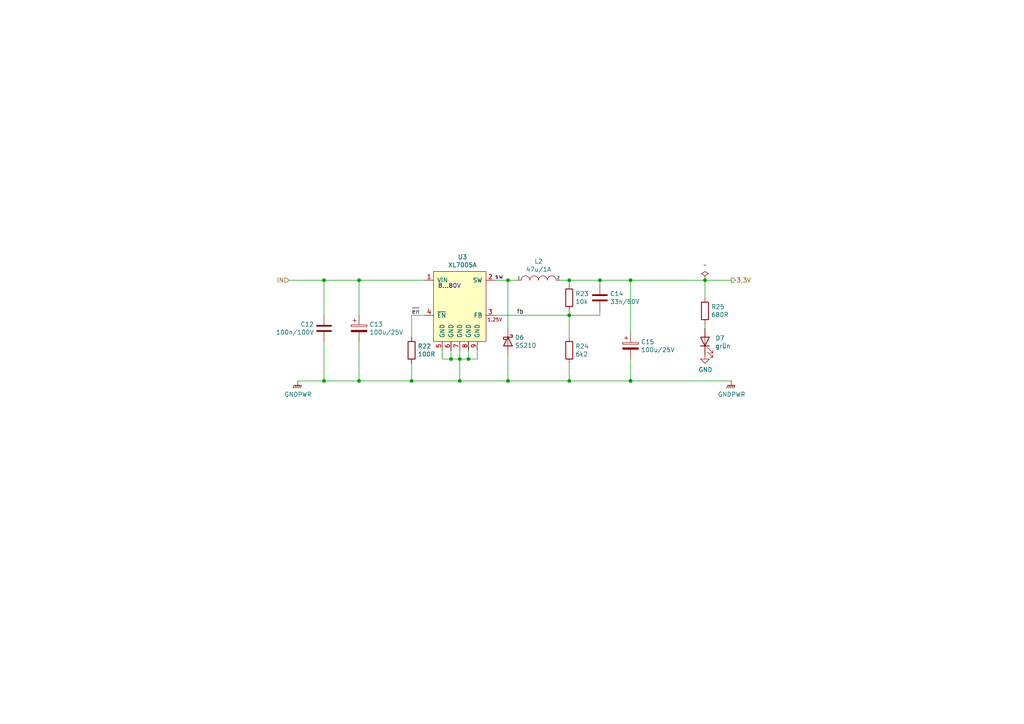
<source format=kicad_sch>
(kicad_sch (version 20211123) (generator eeschema)
  (paper "A4")
  (title_block (title "HTL Lötregler Mini") (date "2021-09-22") (rev "22.0.0-dev") (company "HTL Steyr") (comment 1 "Prof. Karl Zeilhofer et al."))
  (lib_symbols
    (symbol "Device:C" (pin_numbers hide) (pin_names (offset 0.254))
      (property "Reference" "C" (at 0.635 2.54 0))
      (property "Value" "C" (at 0.635 -2.54 0))
      (symbol "C_0_1"
        (polyline (pts (xy -2.032 -0.762) (xy 2.032 -0.762)) (stroke (width 0.508)))
        (polyline (pts (xy -2.032 0.762) (xy 2.032 0.762)) (stroke (width 0.508)))
      )
      (symbol "C_1_1"
        (pin passive line (at 0 3.81 270) (length 2.794) (name "~") (number "1"))
        (pin passive line (at 0 -3.81 90) (length 2.794) (name "~") (number "2"))
      )
    )
    (symbol "Device:D_Schottky" (pin_numbers hide) (pin_names (offset 1.016) hide)
      (property "Reference" "D" (at 0 2.54 0))
      (property "Value" "D_Schottky" (at 0 -2.54 0))
      (symbol "D_Schottky_0_1"
        (polyline (pts (xy 1.27 0) (xy -1.27 0)))
        (polyline (pts (xy 1.27 1.27) (xy 1.27 -1.27) (xy -1.27 0) (xy 1.27 1.27)) (stroke (width 0.254)))
        (polyline (pts (xy -1.905 0.635) (xy -1.905 1.27) (xy -1.27 1.27) (xy -1.27 -1.27) (xy -0.635 -1.27) (xy -0.635 -0.635)) (stroke (width 0.254)))
      )
      (symbol "D_Schottky_1_1"
        (pin passive line (at -3.81 0 0) (length 2.54) (name "K") (number "1"))
        (pin passive line (at 3.81 0 180) (length 2.54) (name "A") (number "2"))
      )
    )
    (symbol "Device:LED" (pin_numbers hide) (pin_names (offset 1.016) hide)
      (property "Reference" "D" (at 0 2.54 0))
      (property "Value" "LED" (at 0 -2.54 0))
      (symbol "LED_0_1"
        (polyline (pts (xy -1.27 -1.27) (xy -1.27 1.27)) (stroke (width 0.254)))
        (polyline (pts (xy -1.27 0) (xy 1.27 0)))
        (polyline (pts (xy 1.27 -1.27) (xy 1.27 1.27) (xy -1.27 0) (xy 1.27 -1.27)) (stroke (width 0.254)))
        (polyline (pts (xy -3.048 -0.762) (xy -4.572 -2.286) (xy -3.81 -2.286) (xy -4.572 -2.286) (xy -4.572 -1.524)))
        (polyline (pts (xy -1.778 -0.762) (xy -3.302 -2.286) (xy -2.54 -2.286) (xy -3.302 -2.286) (xy -3.302 -1.524)))
      )
      (symbol "LED_1_1"
        (pin passive line (at -3.81 0 0) (length 2.54) (name "K") (number "1"))
        (pin passive line (at 3.81 0 180) (length 2.54) (name "A") (number "2"))
      )
    )
    (symbol "Device:R" (pin_numbers hide) (pin_names (offset 0))
      (property "Reference" "R" (at 2.032 0 90))
      (property "Value" "R" (at 0 0 90))
      (symbol "R_0_1"
        (rectangle (start -1.016 -2.54) (end 1.016 2.54) (stroke (width 0.254)))
      )
      (symbol "R_1_1"
        (pin passive line (at 0 3.81 270) (length 1.27) (name "~") (number "1"))
        (pin passive line (at 0 -3.81 90) (length 1.27) (name "~") (number "2"))
      )
    )
    (symbol "htl_ics:XL7005A" (pin_names (offset 1.016))
      (property "Reference" "U" (at -6.35 8.89 0))
      (property "Value" "XL7005A" (at -2.54 6.35 0))
      (symbol "XL7005A_0_0"
        (text "1.25V" (at 10.16 -8.89 0) (effects (font (size 0.9906 0.9906))))
      )
      (symbol "XL7005A_0_1"
        (rectangle (start -7.62 5.08) (end 7.62 -15.24) (fill (type background)))
      )
      (symbol "XL7005A_1_1"
        (pin power_in line (at -10.16 2.54 0) (length 2.54) (name "VIN") (number "1"))
        (pin passive line (at 10.16 2.54 180) (length 2.54) (name "SW") (number "2"))
        (pin passive line (at 10.16 -7.62 180) (length 2.54) (name "FB") (number "3"))
        (pin input line (at -10.16 -7.62 0) (length 2.54) (name "~{EN}") (number "4"))
        (pin power_in line (at -5.08 -17.78 90) (length 2.54) (name "GND") (number "5"))
        (pin power_in line (at -2.54 -17.78 90) (length 2.54) (name "GND") (number "6"))
        (pin power_in line (at 0 -17.78 90) (length 2.54) (name "GND") (number "7"))
        (pin power_in line (at 2.54 -17.78 90) (length 2.54) (name "GND") (number "8"))
        (pin power_in line (at 5.08 -17.78 90) (length 2.54) (name "GND") (number "9"))
      )
    )
    (symbol "jbc-miniregler-rescue:CP-Device" (pin_numbers hide) (pin_names (offset 0.254))
      (property "Reference" "C" (at 0.635 2.54 0))
      (property "Value" "CP-Device" (at 0.635 -2.54 0))
      (symbol "CP-Device_0_1"
        (rectangle (start -2.286 0.508) (end 2.286 1.016))
        (polyline (pts (xy -1.778 2.286) (xy -0.762 2.286)))
        (polyline (pts (xy -1.27 2.794) (xy -1.27 1.778)))
        (rectangle (start 2.286 -0.508) (end -2.286 -1.016) (fill (type outline)))
      )
      (symbol "CP-Device_1_1"
        (pin passive line (at 0 3.81 270) (length 2.794) (name "~") (number "1"))
        (pin passive line (at 0 -3.81 90) (length 2.794) (name "~") (number "2"))
      )
    )
    (symbol "power:GND" (power) (pin_names (offset 0))
      (property "Value" "GND" (at 0 -3.81 0))
      (symbol "GND_0_1"
        (polyline (pts (xy 0 0) (xy 0 -1.27) (xy 1.27 -1.27) (xy 0 -2.54) (xy -1.27 -1.27) (xy 0 -1.27)))
      )
      (symbol "GND_1_1"
        (pin power_in line (at 0 0 270) (length 0) hide (name "GND") (number "1"))
      )
    )
    (symbol "power:GNDPWR" (power) (pin_names (offset 0))
      (property "Value" "GNDPWR" (at 0 -3.302 0))
      (symbol "GNDPWR_0_1"
        (polyline (pts (xy 0 -1.27) (xy 0 0)))
        (polyline (pts (xy -1.016 -1.27) (xy -1.27 -2.032) (xy -1.27 -2.032)) (stroke (width 0.2032)))
        (polyline (pts (xy -0.508 -1.27) (xy -0.762 -2.032) (xy -0.762 -2.032)) (stroke (width 0.2032)))
        (polyline (pts (xy 0 -1.27) (xy -0.254 -2.032) (xy -0.254 -2.032)) (stroke (width 0.2032)))
        (polyline (pts (xy 0.508 -1.27) (xy 0.254 -2.032) (xy 0.254 -2.032)) (stroke (width 0.2032)))
        (polyline (pts (xy 1.016 -1.27) (xy -1.016 -1.27) (xy -1.016 -1.27)) (stroke (width 0.2032)))
        (polyline (pts (xy 1.016 -1.27) (xy 0.762 -2.032) (xy 0.762 -2.032) (xy 0.762 -2.032)) (stroke (width 0.2032)))
      )
      (symbol "GNDPWR_1_1"
        (pin power_in line (at 0 0 270) (length 0) hide (name "GNDPWR") (number "1"))
      )
    )
    (symbol "power:PWR_FLAG" (power) (pin_numbers hide) (pin_names (offset 0) hide)
      (property "Value" "PWR_FLAG" (at 0 3.81 0))
      (symbol "PWR_FLAG_0_0"
        (pin power_out line (at 0 0 90) (length 0) (name "pwr") (number "1"))
      )
      (symbol "PWR_FLAG_0_1"
        (polyline (pts (xy 0 0) (xy 0 1.27) (xy -1.016 1.905) (xy 0 2.54) (xy 1.016 1.905) (xy 0 1.27)))
      )
    )
    (symbol "pspice:INDUCTOR" (pin_numbers hide) (pin_names (offset 0))
      (property "Reference" "L" (at 0 2.54 0))
      (property "Value" "INDUCTOR" (at 0 -1.27 0))
      (symbol "INDUCTOR_0_1"
        (arc (start -2.54 0) (mid -3.81 1.27) (end -5.08 0))
        (arc (start 0 0) (mid -1.27 1.27) (end -2.54 0))
        (arc (start 2.54 0) (mid 1.27 1.27) (end 0 0))
        (arc (start 5.08 0) (mid 3.81 1.27) (end 2.54 0))
      )
      (symbol "INDUCTOR_1_1"
        (pin input line (at -6.35 0 0) (length 1.27) (name "1") (number "1"))
        (pin input line (at 6.35 0 180) (length 1.27) (name "2") (number "2"))
      )
    )
  )
  (junction (at 119.38 110.49))
  (junction (at 133.35 104.14))
  (junction (at 182.88 81.28))
  (junction (at 173.99 81.28))
  (junction (at 165.1 81.28))
  (junction (at 93.98 110.49))
  (junction (at 130.81 104.14))
  (junction (at 93.98 81.28))
  (junction (at 135.89 104.14))
  (junction (at 104.14 81.28))
  (junction (at 147.32 110.49))
  (junction (at 133.35 110.49))
  (junction (at 165.1 91.44))
  (junction (at 104.14 110.49))
  (junction (at 182.88 110.49))
  (junction (at 165.1 110.49))
  (junction (at 204.47 81.28))
  (junction (at 147.32 81.28))
  (wire (pts (xy 165.1 105.41) (xy 165.1 110.49)))
  (wire (pts (xy 133.35 110.49) (xy 147.32 110.49)))
  (wire (pts (xy 93.98 91.44) (xy 93.98 81.28)))
  (wire (pts (xy 162.56 81.28) (xy 165.1 81.28)))
  (wire (pts (xy 173.99 91.44) (xy 173.99 90.17)))
  (wire (pts (xy 104.14 91.44) (xy 104.14 81.28)))
  (wire (pts (xy 143.51 91.44) (xy 165.1 91.44)))
  (wire (pts (xy 173.99 81.28) (xy 182.88 81.28)))
  (wire (pts (xy 93.98 110.49) (xy 93.98 99.06)))
  (wire (pts (xy 133.35 104.14) (xy 135.89 104.14)))
  (wire (pts (xy 147.32 110.49) (xy 147.32 102.87)))
  (wire (pts (xy 165.1 90.17) (xy 165.1 91.44)))
  (wire (pts (xy 204.47 86.36) (xy 204.47 81.28)))
  (wire (pts (xy 165.1 81.28) (xy 173.99 81.28)))
  (wire (pts (xy 133.35 101.6) (xy 133.35 104.14)))
  (wire (pts (xy 119.38 91.44) (xy 119.38 97.79)))
  (wire (pts (xy 133.35 110.49) (xy 133.35 104.14)))
  (wire (pts (xy 138.43 104.14) (xy 138.43 101.6)))
  (wire (pts (xy 182.88 81.28) (xy 182.88 96.52)))
  (wire (pts (xy 165.1 91.44) (xy 173.99 91.44)))
  (wire (pts (xy 182.88 104.14) (xy 182.88 110.49)))
  (wire (pts (xy 204.47 95.25) (xy 204.47 93.98)))
  (wire (pts (xy 83.82 81.28) (xy 93.98 81.28)))
  (wire (pts (xy 204.47 81.28) (xy 212.09 81.28)))
  (wire (pts (xy 93.98 110.49) (xy 104.14 110.49)))
  (wire (pts (xy 182.88 81.28) (xy 204.47 81.28)))
  (wire (pts (xy 128.27 101.6) (xy 128.27 104.14)))
  (wire (pts (xy 147.32 95.25) (xy 147.32 81.28)))
  (wire (pts (xy 147.32 110.49) (xy 165.1 110.49)))
  (wire (pts (xy 86.36 110.49) (xy 93.98 110.49)))
  (wire (pts (xy 165.1 81.28) (xy 165.1 82.55)))
  (wire (pts (xy 104.14 81.28) (xy 93.98 81.28)))
  (wire (pts (xy 182.88 110.49) (xy 212.09 110.49)))
  (wire (pts (xy 147.32 81.28) (xy 149.86 81.28)))
  (wire (pts (xy 123.19 81.28) (xy 104.14 81.28)))
  (wire (pts (xy 119.38 105.41) (xy 119.38 110.49)))
  (wire (pts (xy 173.99 81.28) (xy 173.99 82.55)))
  (wire (pts (xy 165.1 110.49) (xy 182.88 110.49)))
  (wire (pts (xy 119.38 110.49) (xy 133.35 110.49)))
  (wire (pts (xy 123.19 91.44) (xy 119.38 91.44)))
  (wire (pts (xy 135.89 104.14) (xy 135.89 101.6)))
  (wire (pts (xy 165.1 91.44) (xy 165.1 97.79)))
  (wire (pts (xy 104.14 110.49) (xy 104.14 99.06)))
  (wire (pts (xy 130.81 101.6) (xy 130.81 104.14)))
  (wire (pts (xy 143.51 81.28) (xy 147.32 81.28)))
  (wire (pts (xy 104.14 110.49) (xy 119.38 110.49)))
  (wire (pts (xy 130.81 104.14) (xy 133.35 104.14)))
  (wire (pts (xy 128.27 104.14) (xy 130.81 104.14)))
  (wire (pts (xy 135.89 104.14) (xy 138.43 104.14)))
  (text "8...80V" (at 127 83.82 0) (effects (font (size 1.27 1.27)) (justify left bottom)))
  (label "sw" (at 143.51 81.28 0))
  (label "~{en}" (at 119.38 91.44 0))
  (label "fb" (at 149.86 91.44 0))
  (hierarchical_label "IN" (shape input) (at 83.82 81.28 180))
  (hierarchical_label "3,3V" (shape output) (at 212.09 81.28 0))
  (symbol (lib_id "htl_ics:XL7005A") (at 133.35 83.82 0) (unit 1)
    (property "Reference" "U3" (at 134.1374 74.549 0))
    (property "Value" "XL7005A" (at 134.1374 76.8604 0))
    (property "Footprint" "htl_smd:SOIC-8-1EP_3.9x4.9mm_P1.27mm_EP2.514x3.2mm_ThermalVias" (effects hide))
    (property "Datasheet" "https://datasheet.lcsc.com/lcsc/1811081614_XLSEMI-XL7005A_C50848.pdf" (effects hide))
    (property "Distributor" "LCSC" (effects hide))
    (property "DistOrderNr" "C50848" (effects hide))
    (property "PriceEUR" "0.204" (effects hide))
    (property "PriceForQty" "100" (effects hide))
    (property "ManPartNr" "XL7005A" (effects hide))
    (property "Manufacturer" "XLSEMI" (effects hide))
    (property "Notes" "80V 400mA SOP-8_EP_150mil DC-DC Converters" (effects hide))
  )
  (symbol (lib_id "Device:R") (at 165.1 86.36 0) (unit 1)
    (property "Reference" "R23" (at 166.878 85.1916 0) (effects (justify left)))
    (property "Value" "10k" (at 166.878 87.503 0) (effects (justify left)))
    (property "Footprint" "Resistor_SMD:R_1206_3216Metric" (effects hide))
    (property "Datasheet" "https://datasheet.lcsc.com/lcsc/1810301936_FH--Guangdong-Fenghua-Advanced-Tech-RS-06K103JT_C118075.pdf" (effects hide))
    (property "PriceEUR" "0.01" (effects hide))
    (property "DistOrderNr" "C118075" (effects hide))
    (property "Distributor" "LCSC" (effects hide))
    (property "Notes" "10kΩ ±5% 0.25W ±100ppm/℃ 3216 Chip Resistor" (effects hide))
    (property "ManPartNr" "RS-06K103JT" (effects hide))
    (property "Manufacturer" "FH (Guangdong Fenghua Advanced Tech)" (effects hide))
  )
  (symbol (lib_id "Device:R") (at 165.1 101.6 0) (unit 1)
    (property "Reference" "R24" (at 166.878 100.4316 0) (effects (justify left)))
    (property "Value" "6k2" (at 166.878 102.743 0) (effects (justify left)))
    (property "Footprint" "Resistor_SMD:R_1206_3216Metric" (effects hide))
    (property "Datasheet" "https://datasheet.lcsc.com/lcsc/1912111437_FH--Guangdong-Fenghua-Advanced-Tech-RS-06K6191FT_C323110.pdf" (effects hide))
    (property "PriceEUR" "0.0039" (effects hide))
    (property "DistOrderNr" "C323110" (effects hide))
    (property "Distributor" "LCSC" (effects hide))
    (property "ManPartNr" "RS-06K6191FT" (effects hide))
    (property "Manufacturer" "FH (Guangdong Fenghua Advanced Tech)" (effects hide))
    (property "Notes" "250mW 200V ±100ppm/℃ ±1%" (effects hide))
  )
  (symbol (lib_id "Device:C") (at 93.98 95.25 0) (mirror y) (unit 1)
    (property "Reference" "C12" (at 91.059 94.0816 0) (effects (justify left)))
    (property "Value" "100n/100V" (at 91.059 96.393 0) (effects (justify left)))
    (property "Footprint" "Capacitor_SMD:C_1206_3216Metric" (effects hide))
    (property "Datasheet" "https://datasheet.lcsc.com/lcsc/1810251120_Samsung-Electro-Mechanics-CL31B104KCFNNNE_C1945.pdf" (effects hide))
    (property "DistOrderNr" "C1945" (effects hide))
    (property "Distributor" "LCSC" (effects hide))
    (property "ManPartNr" "CL31B104KCFNNNE" (effects hide))
    (property "Manufacturer" "Samsung Electro-Mechanics" (effects hide))
    (property "Notes" "100nF ±10% 100V X7R  Multilayer Ceramic Capacitors MLCC" (effects hide))
    (property "PriceEUR" "0.014" (effects hide))
    (property "PriceForQty" "200" (effects hide))
  )
  (symbol (lib_id "power:PWR_FLAG") (at 204.47 81.28 0) (unit 1)
    (property "Reference" "#FLG06" (effects hide))
    (property "Value" "~" (at 204.47 76.8858 0))
  )
  (symbol (lib_id "Device:R") (at 204.47 90.17 0) (unit 1)
    (property "Reference" "R25" (at 206.248 89.0016 0) (effects (justify left)))
    (property "Value" "680R" (at 206.248 91.313 0) (effects (justify left)))
    (property "Footprint" "Resistor_SMD:R_1206_3216Metric" (effects hide))
    (property "Datasheet" "https://datasheet.lcsc.com/lcsc/1810311130_FH--Guangdong-Fenghua-Advanced-Tech-RS-06K681JT_C140005.pdf" (effects hide))
    (property "PriceEUR" "0.0029" (effects hide))
    (property "DistOrderNr" "C140005" (effects hide))
    (property "Distributor" "LCSC" (effects hide))
    (property "ManPartNr" "RS-06K681JT" (effects hide))
    (property "Manufacturer" "FH (Guangdong Fenghua Advanced Tech)" (effects hide))
    (property "Notes" "250mW 200V ±100ppm/℃ ±5%" (effects hide))
  )
  (symbol (lib_id "power:GND") (at 204.47 102.87 0) (unit 1)
    (property "Reference" "#PWR019" (effects hide))
    (property "Value" "~" (at 204.597 107.2642 0))
  )
  (symbol (lib_id "power:GNDPWR") (at 86.36 110.49 0) (unit 1)
    (property "Reference" "#PWR018" (effects hide))
    (property "Value" "GNDPWR" (at 86.4616 114.4016 0))
  )
  (symbol (lib_id "power:GNDPWR") (at 212.09 110.49 0) (unit 1)
    (property "Reference" "#PWR020" (effects hide))
    (property "Value" "GNDPWR" (at 212.1916 114.4016 0))
  )
  (symbol (lib_id "pspice:INDUCTOR") (at 156.21 81.28 0) (unit 1)
    (property "Reference" "L2" (at 156.21 75.819 0))
    (property "Value" "47u/1A" (at 156.21 78.1304 0))
    (property "Footprint" "htl_smd:L_7.3x7.3_H4.5_C216198" (effects hide))
    (property "Datasheet" "https://datasheet.lcsc.com/lcsc/1811131654_Sunltech-Tech-SLH0704S470MTT_C216198.pdf" (effects hide))
    (property "Distributor" "LCSC" (effects hide))
    (property "DistOrderNr" "C216198" (effects hide))
    (property "PriceEUR" "0.085" (effects hide))
    (property "PriceForQty" "100" (effects hide))
    (property "ManPartNr" "SLH0704S470MTT" (effects hide))
    (property "Manufacturer" "Sunltech Tech" (effects hide))
    (property "Notes" "47uH ±20% 1A 266mΩ SMD,7.3x7.3x4.5mm" (effects hide))
  )
  (symbol (lib_id "Device:R") (at 119.38 101.6 0) (unit 1)
    (property "Reference" "R22" (at 121.158 100.4316 0) (effects (justify left)))
    (property "Value" "100R" (at 121.158 102.743 0) (effects (justify left)))
    (property "Footprint" "Resistor_SMD:R_1206_3216Metric" (effects hide))
    (property "Datasheet" "https://datasheet.lcsc.com/lcsc/1811141436_Ever-Ohms-Tech-CR1206F100RP05Z_C245445.pdf" (effects hide))
    (property "PriceEUR" "0.0030" (effects hide))
    (property "DistOrderNr" "C245445" (effects hide))
    (property "Distributor" "LCSC" (effects hide))
    (property "ManPartNr" "CR1206F100RP05Z" (effects hide))
    (property "Manufacturer" "Ever Ohms Tech" (effects hide))
    (property "Notes" "0.25W ±1% ±100ppm/℃ 100Ω 1206" (effects hide))
    (property "PriceForQty" "500" (effects hide))
  )
  (symbol (lib_id "jbc-miniregler-rescue:CP-Device") (at 182.88 100.33 0) (unit 1)
    (property "Reference" "C15" (at 185.8772 99.1616 0) (effects (justify left)))
    (property "Value" "100u/25V" (at 185.8772 101.473 0) (effects (justify left)))
    (property "Footprint" "Capacitor_SMD:CP_Elec_6.3x5.9" (effects hide))
    (property "Datasheet" "https://datasheet.lcsc.com/lcsc/1810261549_AISHI-Aihua-Group-SVZ1EM101E06E00RAXXX_C320569.pdf" (effects hide))
    (property "DistOrderNr" "C320569" (effects hide))
    (property "Distributor" "LCSC" (effects hide))
    (property "ManPartNr" "SVZ1EM101E06E00RAXXX" (effects hide))
    (property "Manufacturer" "AISHI" (effects hide))
    (property "Notes" "25V 100uF ±20% SMD" (effects hide))
    (property "PriceEUR" "0.1485" (effects hide))
    (property "PriceForQty" "30" (effects hide))
  )
  (symbol (lib_id "Device:D_Schottky") (at 147.32 99.06 270) (unit 1)
    (property "Reference" "D6" (at 149.3266 97.8916 90) (effects (justify left)))
    (property "Value" "SS210" (at 149.3266 100.203 90) (effects (justify left)))
    (property "Footprint" "htl_smd:D_SMA_wide" (effects hide))
    (property "Datasheet" "https://datasheet.lcsc.com/lcsc/2101111838_ZHIDE-SS210A-W_C2683692.pdf" (effects hide))
    (property "DistOrderNr" "C2683692" (effects hide))
    (property "Distributor" "LCSC" (effects hide))
    (property "ManPartNr" "SS210A-W" (effects hide))
    (property "Manufacturer" "ZHIDE" (effects hide))
    (property "Notes" "100V 2A 850mV @ 2A SMA(DO-214AC) Schottky Barrier Diodes" (effects hide))
    (property "PriceEUR" "0.0155" (effects hide))
    (property "PriceForQty" "200" (effects hide))
  )
  (symbol (lib_id "Device:LED") (at 204.47 99.06 90) (unit 1)
    (property "Reference" "D7" (at 207.4672 98.0694 90) (effects (justify right)))
    (property "Value" "grün" (at 207.4672 100.3808 90) (effects (justify right)))
    (property "Footprint" "LED_SMD:LED_1206_3216Metric" (effects hide))
    (property "Datasheet" "https://datasheet.lcsc.com/lcsc/2101041032_XINGLIGHT-XL-3216UGC_C965825.pdf" (effects hide))
    (property "Distributor" "LCSC" (effects hide))
    (property "DistOrderNr" "C965825" (effects hide))
    (property "PriceEUR" "0.0067" (effects hide))
    (property "PriceForQty" "50" (effects hide))
    (property "ManPartNr" "XL-3216UGC" (effects hide))
    (property "Manufacturer" "Xinglight" (effects hide))
    (property "Notes" "25mA 534nm 80mW 1206 LED" (effects hide))
  )
  (symbol (lib_id "Device:C") (at 173.99 86.36 0) (unit 1)
    (property "Reference" "C14" (at 176.911 85.1916 0) (effects (justify left)))
    (property "Value" "33n/50V" (at 176.911 87.503 0) (effects (justify left)))
    (property "Footprint" "Capacitor_SMD:C_1206_3216Metric" (effects hide))
    (property "Datasheet" "https://datasheet.lcsc.com/lcsc/1810261112_CCTC-TCC1206X7R333K500DT_C309052.pdf" (effects hide))
    (property "DistOrderNr" "C309052" (effects hide))
    (property "Distributor" "LCSC" (effects hide))
    (property "ManPartNr" "TCC1206X7R333K500DT" (effects hide))
    (property "Manufacturer" "CCTC" (effects hide))
    (property "PriceEUR" "0.0144" (effects hide))
    (property "PriceForQty" "50" (effects hide))
    (property "Notes" "33nF 50 VX7R ±10% 1206 MLCC" (effects hide))
  )
  (symbol (lib_id "jbc-miniregler-rescue:CP-Device") (at 104.14 95.25 0) (unit 1)
    (property "Reference" "C13" (at 107.1372 94.0816 0) (effects (justify left)))
    (property "Value" "100u/25V" (at 107.1372 96.393 0) (effects (justify left)))
    (property "Footprint" "Capacitor_SMD:CP_Elec_6.3x5.9" (effects hide))
    (property "Datasheet" "https://datasheet.lcsc.com/lcsc/1810261549_AISHI-Aihua-Group-SVZ1EM101E06E00RAXXX_C320569.pdf" (effects hide))
    (property "DistOrderNr" "C320569" (effects hide))
    (property "Distributor" "LCSC" (effects hide))
    (property "ManPartNr" "SVZ1EM101E06E00RAXXX" (effects hide))
    (property "Manufacturer" "AISHI" (effects hide))
    (property "Notes" "25V 100uF ±20% SMD" (effects hide))
    (property "PriceEUR" "0.1485" (effects hide))
    (property "PriceForQty" "30" (effects hide))
  )
)
</source>
